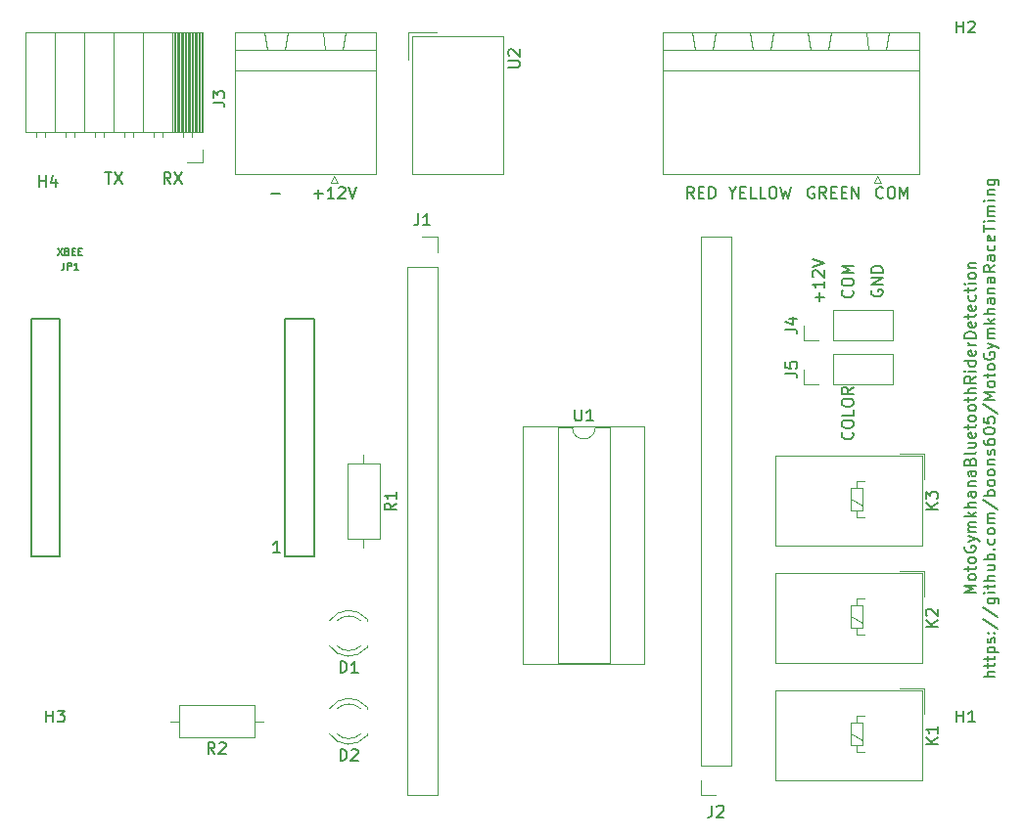
<source format=gbr>
%TF.GenerationSoftware,KiCad,Pcbnew,(5.1.6)-1*%
%TF.CreationDate,2021-03-23T21:23:30+01:00*%
%TF.ProjectId,RiderDetection,52696465-7244-4657-9465-6374696f6e2e,rev?*%
%TF.SameCoordinates,Original*%
%TF.FileFunction,Legend,Top*%
%TF.FilePolarity,Positive*%
%FSLAX46Y46*%
G04 Gerber Fmt 4.6, Leading zero omitted, Abs format (unit mm)*
G04 Created by KiCad (PCBNEW (5.1.6)-1) date 2021-03-23 21:23:30*
%MOMM*%
%LPD*%
G01*
G04 APERTURE LIST*
%ADD10C,0.150000*%
%ADD11C,0.203200*%
%ADD12C,0.120000*%
%ADD13C,0.127000*%
%ADD14C,0.152400*%
G04 APERTURE END LIST*
D10*
X123547142Y-71905714D02*
X123594761Y-71953333D01*
X123642380Y-72096190D01*
X123642380Y-72191428D01*
X123594761Y-72334285D01*
X123499523Y-72429523D01*
X123404285Y-72477142D01*
X123213809Y-72524761D01*
X123070952Y-72524761D01*
X122880476Y-72477142D01*
X122785238Y-72429523D01*
X122690000Y-72334285D01*
X122642380Y-72191428D01*
X122642380Y-72096190D01*
X122690000Y-71953333D01*
X122737619Y-71905714D01*
X122642380Y-71286666D02*
X122642380Y-71096190D01*
X122690000Y-71000952D01*
X122785238Y-70905714D01*
X122975714Y-70858095D01*
X123309047Y-70858095D01*
X123499523Y-70905714D01*
X123594761Y-71000952D01*
X123642380Y-71096190D01*
X123642380Y-71286666D01*
X123594761Y-71381904D01*
X123499523Y-71477142D01*
X123309047Y-71524761D01*
X122975714Y-71524761D01*
X122785238Y-71477142D01*
X122690000Y-71381904D01*
X122642380Y-71286666D01*
X123642380Y-70429523D02*
X122642380Y-70429523D01*
X123356666Y-70096190D01*
X122642380Y-69762857D01*
X123642380Y-69762857D01*
X123547142Y-84192857D02*
X123594761Y-84240476D01*
X123642380Y-84383333D01*
X123642380Y-84478571D01*
X123594761Y-84621428D01*
X123499523Y-84716666D01*
X123404285Y-84764285D01*
X123213809Y-84811904D01*
X123070952Y-84811904D01*
X122880476Y-84764285D01*
X122785238Y-84716666D01*
X122690000Y-84621428D01*
X122642380Y-84478571D01*
X122642380Y-84383333D01*
X122690000Y-84240476D01*
X122737619Y-84192857D01*
X122642380Y-83573809D02*
X122642380Y-83383333D01*
X122690000Y-83288095D01*
X122785238Y-83192857D01*
X122975714Y-83145238D01*
X123309047Y-83145238D01*
X123499523Y-83192857D01*
X123594761Y-83288095D01*
X123642380Y-83383333D01*
X123642380Y-83573809D01*
X123594761Y-83669047D01*
X123499523Y-83764285D01*
X123309047Y-83811904D01*
X122975714Y-83811904D01*
X122785238Y-83764285D01*
X122690000Y-83669047D01*
X122642380Y-83573809D01*
X123642380Y-82240476D02*
X123642380Y-82716666D01*
X122642380Y-82716666D01*
X122642380Y-81716666D02*
X122642380Y-81526190D01*
X122690000Y-81430952D01*
X122785238Y-81335714D01*
X122975714Y-81288095D01*
X123309047Y-81288095D01*
X123499523Y-81335714D01*
X123594761Y-81430952D01*
X123642380Y-81526190D01*
X123642380Y-81716666D01*
X123594761Y-81811904D01*
X123499523Y-81907142D01*
X123309047Y-81954761D01*
X122975714Y-81954761D01*
X122785238Y-81907142D01*
X122690000Y-81811904D01*
X122642380Y-81716666D01*
X123642380Y-80288095D02*
X123166190Y-80621428D01*
X123642380Y-80859523D02*
X122642380Y-80859523D01*
X122642380Y-80478571D01*
X122690000Y-80383333D01*
X122737619Y-80335714D01*
X122832857Y-80288095D01*
X122975714Y-80288095D01*
X123070952Y-80335714D01*
X123118571Y-80383333D01*
X123166190Y-80478571D01*
X123166190Y-80859523D01*
X125230000Y-71881904D02*
X125182380Y-71977142D01*
X125182380Y-72120000D01*
X125230000Y-72262857D01*
X125325238Y-72358095D01*
X125420476Y-72405714D01*
X125610952Y-72453333D01*
X125753809Y-72453333D01*
X125944285Y-72405714D01*
X126039523Y-72358095D01*
X126134761Y-72262857D01*
X126182380Y-72120000D01*
X126182380Y-72024761D01*
X126134761Y-71881904D01*
X126087142Y-71834285D01*
X125753809Y-71834285D01*
X125753809Y-72024761D01*
X126182380Y-71405714D02*
X125182380Y-71405714D01*
X126182380Y-70834285D01*
X125182380Y-70834285D01*
X126182380Y-70358095D02*
X125182380Y-70358095D01*
X125182380Y-70120000D01*
X125230000Y-69977142D01*
X125325238Y-69881904D01*
X125420476Y-69834285D01*
X125610952Y-69786666D01*
X125753809Y-69786666D01*
X125944285Y-69834285D01*
X126039523Y-69881904D01*
X126134761Y-69977142D01*
X126182380Y-70120000D01*
X126182380Y-70358095D01*
X120721428Y-72881904D02*
X120721428Y-72120000D01*
X121102380Y-72500952D02*
X120340476Y-72500952D01*
X121102380Y-71120000D02*
X121102380Y-71691428D01*
X121102380Y-71405714D02*
X120102380Y-71405714D01*
X120245238Y-71500952D01*
X120340476Y-71596190D01*
X120388095Y-71691428D01*
X120197619Y-70739047D02*
X120150000Y-70691428D01*
X120102380Y-70596190D01*
X120102380Y-70358095D01*
X120150000Y-70262857D01*
X120197619Y-70215238D01*
X120292857Y-70167619D01*
X120388095Y-70167619D01*
X120530952Y-70215238D01*
X121102380Y-70786666D01*
X121102380Y-70167619D01*
X120102380Y-69881904D02*
X121102380Y-69548571D01*
X120102380Y-69215238D01*
X126214285Y-63857142D02*
X126166666Y-63904761D01*
X126023809Y-63952380D01*
X125928571Y-63952380D01*
X125785714Y-63904761D01*
X125690476Y-63809523D01*
X125642857Y-63714285D01*
X125595238Y-63523809D01*
X125595238Y-63380952D01*
X125642857Y-63190476D01*
X125690476Y-63095238D01*
X125785714Y-63000000D01*
X125928571Y-62952380D01*
X126023809Y-62952380D01*
X126166666Y-63000000D01*
X126214285Y-63047619D01*
X126833333Y-62952380D02*
X127023809Y-62952380D01*
X127119047Y-63000000D01*
X127214285Y-63095238D01*
X127261904Y-63285714D01*
X127261904Y-63619047D01*
X127214285Y-63809523D01*
X127119047Y-63904761D01*
X127023809Y-63952380D01*
X126833333Y-63952380D01*
X126738095Y-63904761D01*
X126642857Y-63809523D01*
X126595238Y-63619047D01*
X126595238Y-63285714D01*
X126642857Y-63095238D01*
X126738095Y-63000000D01*
X126833333Y-62952380D01*
X127690476Y-63952380D02*
X127690476Y-62952380D01*
X128023809Y-63666666D01*
X128357142Y-62952380D01*
X128357142Y-63952380D01*
X120253333Y-63000000D02*
X120158095Y-62952380D01*
X120015238Y-62952380D01*
X119872380Y-63000000D01*
X119777142Y-63095238D01*
X119729523Y-63190476D01*
X119681904Y-63380952D01*
X119681904Y-63523809D01*
X119729523Y-63714285D01*
X119777142Y-63809523D01*
X119872380Y-63904761D01*
X120015238Y-63952380D01*
X120110476Y-63952380D01*
X120253333Y-63904761D01*
X120300952Y-63857142D01*
X120300952Y-63523809D01*
X120110476Y-63523809D01*
X121300952Y-63952380D02*
X120967619Y-63476190D01*
X120729523Y-63952380D02*
X120729523Y-62952380D01*
X121110476Y-62952380D01*
X121205714Y-63000000D01*
X121253333Y-63047619D01*
X121300952Y-63142857D01*
X121300952Y-63285714D01*
X121253333Y-63380952D01*
X121205714Y-63428571D01*
X121110476Y-63476190D01*
X120729523Y-63476190D01*
X121729523Y-63428571D02*
X122062857Y-63428571D01*
X122205714Y-63952380D02*
X121729523Y-63952380D01*
X121729523Y-62952380D01*
X122205714Y-62952380D01*
X122634285Y-63428571D02*
X122967619Y-63428571D01*
X123110476Y-63952380D02*
X122634285Y-63952380D01*
X122634285Y-62952380D01*
X123110476Y-62952380D01*
X123539047Y-63952380D02*
X123539047Y-62952380D01*
X124110476Y-63952380D01*
X124110476Y-62952380D01*
X113212857Y-63476190D02*
X113212857Y-63952380D01*
X112879523Y-62952380D02*
X113212857Y-63476190D01*
X113546190Y-62952380D01*
X113879523Y-63428571D02*
X114212857Y-63428571D01*
X114355714Y-63952380D02*
X113879523Y-63952380D01*
X113879523Y-62952380D01*
X114355714Y-62952380D01*
X115260476Y-63952380D02*
X114784285Y-63952380D01*
X114784285Y-62952380D01*
X116070000Y-63952380D02*
X115593809Y-63952380D01*
X115593809Y-62952380D01*
X116593809Y-62952380D02*
X116784285Y-62952380D01*
X116879523Y-63000000D01*
X116974761Y-63095238D01*
X117022380Y-63285714D01*
X117022380Y-63619047D01*
X116974761Y-63809523D01*
X116879523Y-63904761D01*
X116784285Y-63952380D01*
X116593809Y-63952380D01*
X116498571Y-63904761D01*
X116403333Y-63809523D01*
X116355714Y-63619047D01*
X116355714Y-63285714D01*
X116403333Y-63095238D01*
X116498571Y-63000000D01*
X116593809Y-62952380D01*
X117355714Y-62952380D02*
X117593809Y-63952380D01*
X117784285Y-63238095D01*
X117974761Y-63952380D01*
X118212857Y-62952380D01*
X109847142Y-63952380D02*
X109513809Y-63476190D01*
X109275714Y-63952380D02*
X109275714Y-62952380D01*
X109656666Y-62952380D01*
X109751904Y-63000000D01*
X109799523Y-63047619D01*
X109847142Y-63142857D01*
X109847142Y-63285714D01*
X109799523Y-63380952D01*
X109751904Y-63428571D01*
X109656666Y-63476190D01*
X109275714Y-63476190D01*
X110275714Y-63428571D02*
X110609047Y-63428571D01*
X110751904Y-63952380D02*
X110275714Y-63952380D01*
X110275714Y-62952380D01*
X110751904Y-62952380D01*
X111180476Y-63952380D02*
X111180476Y-62952380D01*
X111418571Y-62952380D01*
X111561428Y-63000000D01*
X111656666Y-63095238D01*
X111704285Y-63190476D01*
X111751904Y-63380952D01*
X111751904Y-63523809D01*
X111704285Y-63714285D01*
X111656666Y-63809523D01*
X111561428Y-63904761D01*
X111418571Y-63952380D01*
X111180476Y-63952380D01*
X73279047Y-63571428D02*
X74040952Y-63571428D01*
X76978095Y-63571428D02*
X77740000Y-63571428D01*
X77359047Y-63952380D02*
X77359047Y-63190476D01*
X78740000Y-63952380D02*
X78168571Y-63952380D01*
X78454285Y-63952380D02*
X78454285Y-62952380D01*
X78359047Y-63095238D01*
X78263809Y-63190476D01*
X78168571Y-63238095D01*
X79120952Y-63047619D02*
X79168571Y-63000000D01*
X79263809Y-62952380D01*
X79501904Y-62952380D01*
X79597142Y-63000000D01*
X79644761Y-63047619D01*
X79692380Y-63142857D01*
X79692380Y-63238095D01*
X79644761Y-63380952D01*
X79073333Y-63952380D01*
X79692380Y-63952380D01*
X79978095Y-62952380D02*
X80311428Y-63952380D01*
X80644761Y-62952380D01*
X64603333Y-62682380D02*
X64270000Y-62206190D01*
X64031904Y-62682380D02*
X64031904Y-61682380D01*
X64412857Y-61682380D01*
X64508095Y-61730000D01*
X64555714Y-61777619D01*
X64603333Y-61872857D01*
X64603333Y-62015714D01*
X64555714Y-62110952D01*
X64508095Y-62158571D01*
X64412857Y-62206190D01*
X64031904Y-62206190D01*
X64936666Y-61682380D02*
X65603333Y-62682380D01*
X65603333Y-61682380D02*
X64936666Y-62682380D01*
X58928095Y-61682380D02*
X59499523Y-61682380D01*
X59213809Y-62682380D02*
X59213809Y-61682380D01*
X59737619Y-61682380D02*
X60404285Y-62682380D01*
X60404285Y-61682380D02*
X59737619Y-62682380D01*
X134247380Y-98105714D02*
X133247380Y-98105714D01*
X133961666Y-97772380D01*
X133247380Y-97439047D01*
X134247380Y-97439047D01*
X134247380Y-96820000D02*
X134199761Y-96915238D01*
X134152142Y-96962857D01*
X134056904Y-97010476D01*
X133771190Y-97010476D01*
X133675952Y-96962857D01*
X133628333Y-96915238D01*
X133580714Y-96820000D01*
X133580714Y-96677142D01*
X133628333Y-96581904D01*
X133675952Y-96534285D01*
X133771190Y-96486666D01*
X134056904Y-96486666D01*
X134152142Y-96534285D01*
X134199761Y-96581904D01*
X134247380Y-96677142D01*
X134247380Y-96820000D01*
X133580714Y-96200952D02*
X133580714Y-95820000D01*
X133247380Y-96058095D02*
X134104523Y-96058095D01*
X134199761Y-96010476D01*
X134247380Y-95915238D01*
X134247380Y-95820000D01*
X134247380Y-95343809D02*
X134199761Y-95439047D01*
X134152142Y-95486666D01*
X134056904Y-95534285D01*
X133771190Y-95534285D01*
X133675952Y-95486666D01*
X133628333Y-95439047D01*
X133580714Y-95343809D01*
X133580714Y-95200952D01*
X133628333Y-95105714D01*
X133675952Y-95058095D01*
X133771190Y-95010476D01*
X134056904Y-95010476D01*
X134152142Y-95058095D01*
X134199761Y-95105714D01*
X134247380Y-95200952D01*
X134247380Y-95343809D01*
X133295000Y-94058095D02*
X133247380Y-94153333D01*
X133247380Y-94296190D01*
X133295000Y-94439047D01*
X133390238Y-94534285D01*
X133485476Y-94581904D01*
X133675952Y-94629523D01*
X133818809Y-94629523D01*
X134009285Y-94581904D01*
X134104523Y-94534285D01*
X134199761Y-94439047D01*
X134247380Y-94296190D01*
X134247380Y-94200952D01*
X134199761Y-94058095D01*
X134152142Y-94010476D01*
X133818809Y-94010476D01*
X133818809Y-94200952D01*
X133580714Y-93677142D02*
X134247380Y-93439047D01*
X133580714Y-93200952D02*
X134247380Y-93439047D01*
X134485476Y-93534285D01*
X134533095Y-93581904D01*
X134580714Y-93677142D01*
X134247380Y-92820000D02*
X133580714Y-92820000D01*
X133675952Y-92820000D02*
X133628333Y-92772380D01*
X133580714Y-92677142D01*
X133580714Y-92534285D01*
X133628333Y-92439047D01*
X133723571Y-92391428D01*
X134247380Y-92391428D01*
X133723571Y-92391428D02*
X133628333Y-92343809D01*
X133580714Y-92248571D01*
X133580714Y-92105714D01*
X133628333Y-92010476D01*
X133723571Y-91962857D01*
X134247380Y-91962857D01*
X134247380Y-91486666D02*
X133247380Y-91486666D01*
X133866428Y-91391428D02*
X134247380Y-91105714D01*
X133580714Y-91105714D02*
X133961666Y-91486666D01*
X134247380Y-90677142D02*
X133247380Y-90677142D01*
X134247380Y-90248571D02*
X133723571Y-90248571D01*
X133628333Y-90296190D01*
X133580714Y-90391428D01*
X133580714Y-90534285D01*
X133628333Y-90629523D01*
X133675952Y-90677142D01*
X134247380Y-89343809D02*
X133723571Y-89343809D01*
X133628333Y-89391428D01*
X133580714Y-89486666D01*
X133580714Y-89677142D01*
X133628333Y-89772380D01*
X134199761Y-89343809D02*
X134247380Y-89439047D01*
X134247380Y-89677142D01*
X134199761Y-89772380D01*
X134104523Y-89820000D01*
X134009285Y-89820000D01*
X133914047Y-89772380D01*
X133866428Y-89677142D01*
X133866428Y-89439047D01*
X133818809Y-89343809D01*
X133580714Y-88867619D02*
X134247380Y-88867619D01*
X133675952Y-88867619D02*
X133628333Y-88820000D01*
X133580714Y-88724761D01*
X133580714Y-88581904D01*
X133628333Y-88486666D01*
X133723571Y-88439047D01*
X134247380Y-88439047D01*
X134247380Y-87534285D02*
X133723571Y-87534285D01*
X133628333Y-87581904D01*
X133580714Y-87677142D01*
X133580714Y-87867619D01*
X133628333Y-87962857D01*
X134199761Y-87534285D02*
X134247380Y-87629523D01*
X134247380Y-87867619D01*
X134199761Y-87962857D01*
X134104523Y-88010476D01*
X134009285Y-88010476D01*
X133914047Y-87962857D01*
X133866428Y-87867619D01*
X133866428Y-87629523D01*
X133818809Y-87534285D01*
X133723571Y-86724761D02*
X133771190Y-86581904D01*
X133818809Y-86534285D01*
X133914047Y-86486666D01*
X134056904Y-86486666D01*
X134152142Y-86534285D01*
X134199761Y-86581904D01*
X134247380Y-86677142D01*
X134247380Y-87058095D01*
X133247380Y-87058095D01*
X133247380Y-86724761D01*
X133295000Y-86629523D01*
X133342619Y-86581904D01*
X133437857Y-86534285D01*
X133533095Y-86534285D01*
X133628333Y-86581904D01*
X133675952Y-86629523D01*
X133723571Y-86724761D01*
X133723571Y-87058095D01*
X134247380Y-85915238D02*
X134199761Y-86010476D01*
X134104523Y-86058095D01*
X133247380Y-86058095D01*
X133580714Y-85105714D02*
X134247380Y-85105714D01*
X133580714Y-85534285D02*
X134104523Y-85534285D01*
X134199761Y-85486666D01*
X134247380Y-85391428D01*
X134247380Y-85248571D01*
X134199761Y-85153333D01*
X134152142Y-85105714D01*
X134199761Y-84248571D02*
X134247380Y-84343809D01*
X134247380Y-84534285D01*
X134199761Y-84629523D01*
X134104523Y-84677142D01*
X133723571Y-84677142D01*
X133628333Y-84629523D01*
X133580714Y-84534285D01*
X133580714Y-84343809D01*
X133628333Y-84248571D01*
X133723571Y-84200952D01*
X133818809Y-84200952D01*
X133914047Y-84677142D01*
X133580714Y-83915238D02*
X133580714Y-83534285D01*
X133247380Y-83772380D02*
X134104523Y-83772380D01*
X134199761Y-83724761D01*
X134247380Y-83629523D01*
X134247380Y-83534285D01*
X134247380Y-83058095D02*
X134199761Y-83153333D01*
X134152142Y-83200952D01*
X134056904Y-83248571D01*
X133771190Y-83248571D01*
X133675952Y-83200952D01*
X133628333Y-83153333D01*
X133580714Y-83058095D01*
X133580714Y-82915238D01*
X133628333Y-82820000D01*
X133675952Y-82772380D01*
X133771190Y-82724761D01*
X134056904Y-82724761D01*
X134152142Y-82772380D01*
X134199761Y-82820000D01*
X134247380Y-82915238D01*
X134247380Y-83058095D01*
X134247380Y-82153333D02*
X134199761Y-82248571D01*
X134152142Y-82296190D01*
X134056904Y-82343809D01*
X133771190Y-82343809D01*
X133675952Y-82296190D01*
X133628333Y-82248571D01*
X133580714Y-82153333D01*
X133580714Y-82010476D01*
X133628333Y-81915238D01*
X133675952Y-81867619D01*
X133771190Y-81820000D01*
X134056904Y-81820000D01*
X134152142Y-81867619D01*
X134199761Y-81915238D01*
X134247380Y-82010476D01*
X134247380Y-82153333D01*
X133580714Y-81534285D02*
X133580714Y-81153333D01*
X133247380Y-81391428D02*
X134104523Y-81391428D01*
X134199761Y-81343809D01*
X134247380Y-81248571D01*
X134247380Y-81153333D01*
X134247380Y-80820000D02*
X133247380Y-80820000D01*
X134247380Y-80391428D02*
X133723571Y-80391428D01*
X133628333Y-80439047D01*
X133580714Y-80534285D01*
X133580714Y-80677142D01*
X133628333Y-80772380D01*
X133675952Y-80820000D01*
X134247380Y-79343809D02*
X133771190Y-79677142D01*
X134247380Y-79915238D02*
X133247380Y-79915238D01*
X133247380Y-79534285D01*
X133295000Y-79439047D01*
X133342619Y-79391428D01*
X133437857Y-79343809D01*
X133580714Y-79343809D01*
X133675952Y-79391428D01*
X133723571Y-79439047D01*
X133771190Y-79534285D01*
X133771190Y-79915238D01*
X134247380Y-78915238D02*
X133580714Y-78915238D01*
X133247380Y-78915238D02*
X133295000Y-78962857D01*
X133342619Y-78915238D01*
X133295000Y-78867619D01*
X133247380Y-78915238D01*
X133342619Y-78915238D01*
X134247380Y-78010476D02*
X133247380Y-78010476D01*
X134199761Y-78010476D02*
X134247380Y-78105714D01*
X134247380Y-78296190D01*
X134199761Y-78391428D01*
X134152142Y-78439047D01*
X134056904Y-78486666D01*
X133771190Y-78486666D01*
X133675952Y-78439047D01*
X133628333Y-78391428D01*
X133580714Y-78296190D01*
X133580714Y-78105714D01*
X133628333Y-78010476D01*
X134199761Y-77153333D02*
X134247380Y-77248571D01*
X134247380Y-77439047D01*
X134199761Y-77534285D01*
X134104523Y-77581904D01*
X133723571Y-77581904D01*
X133628333Y-77534285D01*
X133580714Y-77439047D01*
X133580714Y-77248571D01*
X133628333Y-77153333D01*
X133723571Y-77105714D01*
X133818809Y-77105714D01*
X133914047Y-77581904D01*
X134247380Y-76677142D02*
X133580714Y-76677142D01*
X133771190Y-76677142D02*
X133675952Y-76629523D01*
X133628333Y-76581904D01*
X133580714Y-76486666D01*
X133580714Y-76391428D01*
X134247380Y-76058095D02*
X133247380Y-76058095D01*
X133247380Y-75820000D01*
X133295000Y-75677142D01*
X133390238Y-75581904D01*
X133485476Y-75534285D01*
X133675952Y-75486666D01*
X133818809Y-75486666D01*
X134009285Y-75534285D01*
X134104523Y-75581904D01*
X134199761Y-75677142D01*
X134247380Y-75820000D01*
X134247380Y-76058095D01*
X134199761Y-74677142D02*
X134247380Y-74772380D01*
X134247380Y-74962857D01*
X134199761Y-75058095D01*
X134104523Y-75105714D01*
X133723571Y-75105714D01*
X133628333Y-75058095D01*
X133580714Y-74962857D01*
X133580714Y-74772380D01*
X133628333Y-74677142D01*
X133723571Y-74629523D01*
X133818809Y-74629523D01*
X133914047Y-75105714D01*
X133580714Y-74343809D02*
X133580714Y-73962857D01*
X133247380Y-74200952D02*
X134104523Y-74200952D01*
X134199761Y-74153333D01*
X134247380Y-74058095D01*
X134247380Y-73962857D01*
X134199761Y-73248571D02*
X134247380Y-73343809D01*
X134247380Y-73534285D01*
X134199761Y-73629523D01*
X134104523Y-73677142D01*
X133723571Y-73677142D01*
X133628333Y-73629523D01*
X133580714Y-73534285D01*
X133580714Y-73343809D01*
X133628333Y-73248571D01*
X133723571Y-73200952D01*
X133818809Y-73200952D01*
X133914047Y-73677142D01*
X134199761Y-72343809D02*
X134247380Y-72439047D01*
X134247380Y-72629523D01*
X134199761Y-72724761D01*
X134152142Y-72772380D01*
X134056904Y-72820000D01*
X133771190Y-72820000D01*
X133675952Y-72772380D01*
X133628333Y-72724761D01*
X133580714Y-72629523D01*
X133580714Y-72439047D01*
X133628333Y-72343809D01*
X133580714Y-72058095D02*
X133580714Y-71677142D01*
X133247380Y-71915238D02*
X134104523Y-71915238D01*
X134199761Y-71867619D01*
X134247380Y-71772380D01*
X134247380Y-71677142D01*
X134247380Y-71343809D02*
X133580714Y-71343809D01*
X133247380Y-71343809D02*
X133295000Y-71391428D01*
X133342619Y-71343809D01*
X133295000Y-71296190D01*
X133247380Y-71343809D01*
X133342619Y-71343809D01*
X134247380Y-70724761D02*
X134199761Y-70820000D01*
X134152142Y-70867619D01*
X134056904Y-70915238D01*
X133771190Y-70915238D01*
X133675952Y-70867619D01*
X133628333Y-70820000D01*
X133580714Y-70724761D01*
X133580714Y-70581904D01*
X133628333Y-70486666D01*
X133675952Y-70439047D01*
X133771190Y-70391428D01*
X134056904Y-70391428D01*
X134152142Y-70439047D01*
X134199761Y-70486666D01*
X134247380Y-70581904D01*
X134247380Y-70724761D01*
X133580714Y-69962857D02*
X134247380Y-69962857D01*
X133675952Y-69962857D02*
X133628333Y-69915238D01*
X133580714Y-69820000D01*
X133580714Y-69677142D01*
X133628333Y-69581904D01*
X133723571Y-69534285D01*
X134247380Y-69534285D01*
X135897380Y-105320000D02*
X134897380Y-105320000D01*
X135897380Y-104891428D02*
X135373571Y-104891428D01*
X135278333Y-104939047D01*
X135230714Y-105034285D01*
X135230714Y-105177142D01*
X135278333Y-105272380D01*
X135325952Y-105320000D01*
X135230714Y-104558095D02*
X135230714Y-104177142D01*
X134897380Y-104415238D02*
X135754523Y-104415238D01*
X135849761Y-104367619D01*
X135897380Y-104272380D01*
X135897380Y-104177142D01*
X135230714Y-103986666D02*
X135230714Y-103605714D01*
X134897380Y-103843809D02*
X135754523Y-103843809D01*
X135849761Y-103796190D01*
X135897380Y-103700952D01*
X135897380Y-103605714D01*
X135230714Y-103272380D02*
X136230714Y-103272380D01*
X135278333Y-103272380D02*
X135230714Y-103177142D01*
X135230714Y-102986666D01*
X135278333Y-102891428D01*
X135325952Y-102843809D01*
X135421190Y-102796190D01*
X135706904Y-102796190D01*
X135802142Y-102843809D01*
X135849761Y-102891428D01*
X135897380Y-102986666D01*
X135897380Y-103177142D01*
X135849761Y-103272380D01*
X135849761Y-102415238D02*
X135897380Y-102320000D01*
X135897380Y-102129523D01*
X135849761Y-102034285D01*
X135754523Y-101986666D01*
X135706904Y-101986666D01*
X135611666Y-102034285D01*
X135564047Y-102129523D01*
X135564047Y-102272380D01*
X135516428Y-102367619D01*
X135421190Y-102415238D01*
X135373571Y-102415238D01*
X135278333Y-102367619D01*
X135230714Y-102272380D01*
X135230714Y-102129523D01*
X135278333Y-102034285D01*
X135802142Y-101558095D02*
X135849761Y-101510476D01*
X135897380Y-101558095D01*
X135849761Y-101605714D01*
X135802142Y-101558095D01*
X135897380Y-101558095D01*
X135278333Y-101558095D02*
X135325952Y-101510476D01*
X135373571Y-101558095D01*
X135325952Y-101605714D01*
X135278333Y-101558095D01*
X135373571Y-101558095D01*
X134849761Y-100367619D02*
X136135476Y-101224761D01*
X134849761Y-99320000D02*
X136135476Y-100177142D01*
X135230714Y-98558095D02*
X136040238Y-98558095D01*
X136135476Y-98605714D01*
X136183095Y-98653333D01*
X136230714Y-98748571D01*
X136230714Y-98891428D01*
X136183095Y-98986666D01*
X135849761Y-98558095D02*
X135897380Y-98653333D01*
X135897380Y-98843809D01*
X135849761Y-98939047D01*
X135802142Y-98986666D01*
X135706904Y-99034285D01*
X135421190Y-99034285D01*
X135325952Y-98986666D01*
X135278333Y-98939047D01*
X135230714Y-98843809D01*
X135230714Y-98653333D01*
X135278333Y-98558095D01*
X135897380Y-98081904D02*
X135230714Y-98081904D01*
X134897380Y-98081904D02*
X134945000Y-98129523D01*
X134992619Y-98081904D01*
X134945000Y-98034285D01*
X134897380Y-98081904D01*
X134992619Y-98081904D01*
X135230714Y-97748571D02*
X135230714Y-97367619D01*
X134897380Y-97605714D02*
X135754523Y-97605714D01*
X135849761Y-97558095D01*
X135897380Y-97462857D01*
X135897380Y-97367619D01*
X135897380Y-97034285D02*
X134897380Y-97034285D01*
X135897380Y-96605714D02*
X135373571Y-96605714D01*
X135278333Y-96653333D01*
X135230714Y-96748571D01*
X135230714Y-96891428D01*
X135278333Y-96986666D01*
X135325952Y-97034285D01*
X135230714Y-95700952D02*
X135897380Y-95700952D01*
X135230714Y-96129523D02*
X135754523Y-96129523D01*
X135849761Y-96081904D01*
X135897380Y-95986666D01*
X135897380Y-95843809D01*
X135849761Y-95748571D01*
X135802142Y-95700952D01*
X135897380Y-95224761D02*
X134897380Y-95224761D01*
X135278333Y-95224761D02*
X135230714Y-95129523D01*
X135230714Y-94939047D01*
X135278333Y-94843809D01*
X135325952Y-94796190D01*
X135421190Y-94748571D01*
X135706904Y-94748571D01*
X135802142Y-94796190D01*
X135849761Y-94843809D01*
X135897380Y-94939047D01*
X135897380Y-95129523D01*
X135849761Y-95224761D01*
X135802142Y-94320000D02*
X135849761Y-94272380D01*
X135897380Y-94320000D01*
X135849761Y-94367619D01*
X135802142Y-94320000D01*
X135897380Y-94320000D01*
X135849761Y-93415238D02*
X135897380Y-93510476D01*
X135897380Y-93700952D01*
X135849761Y-93796190D01*
X135802142Y-93843809D01*
X135706904Y-93891428D01*
X135421190Y-93891428D01*
X135325952Y-93843809D01*
X135278333Y-93796190D01*
X135230714Y-93700952D01*
X135230714Y-93510476D01*
X135278333Y-93415238D01*
X135897380Y-92843809D02*
X135849761Y-92939047D01*
X135802142Y-92986666D01*
X135706904Y-93034285D01*
X135421190Y-93034285D01*
X135325952Y-92986666D01*
X135278333Y-92939047D01*
X135230714Y-92843809D01*
X135230714Y-92700952D01*
X135278333Y-92605714D01*
X135325952Y-92558095D01*
X135421190Y-92510476D01*
X135706904Y-92510476D01*
X135802142Y-92558095D01*
X135849761Y-92605714D01*
X135897380Y-92700952D01*
X135897380Y-92843809D01*
X135897380Y-92081904D02*
X135230714Y-92081904D01*
X135325952Y-92081904D02*
X135278333Y-92034285D01*
X135230714Y-91939047D01*
X135230714Y-91796190D01*
X135278333Y-91700952D01*
X135373571Y-91653333D01*
X135897380Y-91653333D01*
X135373571Y-91653333D02*
X135278333Y-91605714D01*
X135230714Y-91510476D01*
X135230714Y-91367619D01*
X135278333Y-91272380D01*
X135373571Y-91224761D01*
X135897380Y-91224761D01*
X134849761Y-90034285D02*
X136135476Y-90891428D01*
X135897380Y-89700952D02*
X134897380Y-89700952D01*
X135278333Y-89700952D02*
X135230714Y-89605714D01*
X135230714Y-89415238D01*
X135278333Y-89320000D01*
X135325952Y-89272380D01*
X135421190Y-89224761D01*
X135706904Y-89224761D01*
X135802142Y-89272380D01*
X135849761Y-89320000D01*
X135897380Y-89415238D01*
X135897380Y-89605714D01*
X135849761Y-89700952D01*
X135897380Y-88653333D02*
X135849761Y-88748571D01*
X135802142Y-88796190D01*
X135706904Y-88843809D01*
X135421190Y-88843809D01*
X135325952Y-88796190D01*
X135278333Y-88748571D01*
X135230714Y-88653333D01*
X135230714Y-88510476D01*
X135278333Y-88415238D01*
X135325952Y-88367619D01*
X135421190Y-88320000D01*
X135706904Y-88320000D01*
X135802142Y-88367619D01*
X135849761Y-88415238D01*
X135897380Y-88510476D01*
X135897380Y-88653333D01*
X135897380Y-87748571D02*
X135849761Y-87843809D01*
X135802142Y-87891428D01*
X135706904Y-87939047D01*
X135421190Y-87939047D01*
X135325952Y-87891428D01*
X135278333Y-87843809D01*
X135230714Y-87748571D01*
X135230714Y-87605714D01*
X135278333Y-87510476D01*
X135325952Y-87462857D01*
X135421190Y-87415238D01*
X135706904Y-87415238D01*
X135802142Y-87462857D01*
X135849761Y-87510476D01*
X135897380Y-87605714D01*
X135897380Y-87748571D01*
X135230714Y-86986666D02*
X135897380Y-86986666D01*
X135325952Y-86986666D02*
X135278333Y-86939047D01*
X135230714Y-86843809D01*
X135230714Y-86700952D01*
X135278333Y-86605714D01*
X135373571Y-86558095D01*
X135897380Y-86558095D01*
X135849761Y-86129523D02*
X135897380Y-86034285D01*
X135897380Y-85843809D01*
X135849761Y-85748571D01*
X135754523Y-85700952D01*
X135706904Y-85700952D01*
X135611666Y-85748571D01*
X135564047Y-85843809D01*
X135564047Y-85986666D01*
X135516428Y-86081904D01*
X135421190Y-86129523D01*
X135373571Y-86129523D01*
X135278333Y-86081904D01*
X135230714Y-85986666D01*
X135230714Y-85843809D01*
X135278333Y-85748571D01*
X134897380Y-84843809D02*
X134897380Y-85034285D01*
X134945000Y-85129523D01*
X134992619Y-85177142D01*
X135135476Y-85272380D01*
X135325952Y-85320000D01*
X135706904Y-85320000D01*
X135802142Y-85272380D01*
X135849761Y-85224761D01*
X135897380Y-85129523D01*
X135897380Y-84939047D01*
X135849761Y-84843809D01*
X135802142Y-84796190D01*
X135706904Y-84748571D01*
X135468809Y-84748571D01*
X135373571Y-84796190D01*
X135325952Y-84843809D01*
X135278333Y-84939047D01*
X135278333Y-85129523D01*
X135325952Y-85224761D01*
X135373571Y-85272380D01*
X135468809Y-85320000D01*
X134897380Y-84129523D02*
X134897380Y-84034285D01*
X134945000Y-83939047D01*
X134992619Y-83891428D01*
X135087857Y-83843809D01*
X135278333Y-83796190D01*
X135516428Y-83796190D01*
X135706904Y-83843809D01*
X135802142Y-83891428D01*
X135849761Y-83939047D01*
X135897380Y-84034285D01*
X135897380Y-84129523D01*
X135849761Y-84224761D01*
X135802142Y-84272380D01*
X135706904Y-84320000D01*
X135516428Y-84367619D01*
X135278333Y-84367619D01*
X135087857Y-84320000D01*
X134992619Y-84272380D01*
X134945000Y-84224761D01*
X134897380Y-84129523D01*
X134897380Y-82891428D02*
X134897380Y-83367619D01*
X135373571Y-83415238D01*
X135325952Y-83367619D01*
X135278333Y-83272380D01*
X135278333Y-83034285D01*
X135325952Y-82939047D01*
X135373571Y-82891428D01*
X135468809Y-82843809D01*
X135706904Y-82843809D01*
X135802142Y-82891428D01*
X135849761Y-82939047D01*
X135897380Y-83034285D01*
X135897380Y-83272380D01*
X135849761Y-83367619D01*
X135802142Y-83415238D01*
X134849761Y-81700952D02*
X136135476Y-82558095D01*
X135897380Y-81367619D02*
X134897380Y-81367619D01*
X135611666Y-81034285D01*
X134897380Y-80700952D01*
X135897380Y-80700952D01*
X135897380Y-80081904D02*
X135849761Y-80177142D01*
X135802142Y-80224761D01*
X135706904Y-80272380D01*
X135421190Y-80272380D01*
X135325952Y-80224761D01*
X135278333Y-80177142D01*
X135230714Y-80081904D01*
X135230714Y-79939047D01*
X135278333Y-79843809D01*
X135325952Y-79796190D01*
X135421190Y-79748571D01*
X135706904Y-79748571D01*
X135802142Y-79796190D01*
X135849761Y-79843809D01*
X135897380Y-79939047D01*
X135897380Y-80081904D01*
X135230714Y-79462857D02*
X135230714Y-79081904D01*
X134897380Y-79320000D02*
X135754523Y-79320000D01*
X135849761Y-79272380D01*
X135897380Y-79177142D01*
X135897380Y-79081904D01*
X135897380Y-78605714D02*
X135849761Y-78700952D01*
X135802142Y-78748571D01*
X135706904Y-78796190D01*
X135421190Y-78796190D01*
X135325952Y-78748571D01*
X135278333Y-78700952D01*
X135230714Y-78605714D01*
X135230714Y-78462857D01*
X135278333Y-78367619D01*
X135325952Y-78320000D01*
X135421190Y-78272380D01*
X135706904Y-78272380D01*
X135802142Y-78320000D01*
X135849761Y-78367619D01*
X135897380Y-78462857D01*
X135897380Y-78605714D01*
X134945000Y-77320000D02*
X134897380Y-77415238D01*
X134897380Y-77558095D01*
X134945000Y-77700952D01*
X135040238Y-77796190D01*
X135135476Y-77843809D01*
X135325952Y-77891428D01*
X135468809Y-77891428D01*
X135659285Y-77843809D01*
X135754523Y-77796190D01*
X135849761Y-77700952D01*
X135897380Y-77558095D01*
X135897380Y-77462857D01*
X135849761Y-77320000D01*
X135802142Y-77272380D01*
X135468809Y-77272380D01*
X135468809Y-77462857D01*
X135230714Y-76939047D02*
X135897380Y-76700952D01*
X135230714Y-76462857D02*
X135897380Y-76700952D01*
X136135476Y-76796190D01*
X136183095Y-76843809D01*
X136230714Y-76939047D01*
X135897380Y-76081904D02*
X135230714Y-76081904D01*
X135325952Y-76081904D02*
X135278333Y-76034285D01*
X135230714Y-75939047D01*
X135230714Y-75796190D01*
X135278333Y-75700952D01*
X135373571Y-75653333D01*
X135897380Y-75653333D01*
X135373571Y-75653333D02*
X135278333Y-75605714D01*
X135230714Y-75510476D01*
X135230714Y-75367619D01*
X135278333Y-75272380D01*
X135373571Y-75224761D01*
X135897380Y-75224761D01*
X135897380Y-74748571D02*
X134897380Y-74748571D01*
X135516428Y-74653333D02*
X135897380Y-74367619D01*
X135230714Y-74367619D02*
X135611666Y-74748571D01*
X135897380Y-73939047D02*
X134897380Y-73939047D01*
X135897380Y-73510476D02*
X135373571Y-73510476D01*
X135278333Y-73558095D01*
X135230714Y-73653333D01*
X135230714Y-73796190D01*
X135278333Y-73891428D01*
X135325952Y-73939047D01*
X135897380Y-72605714D02*
X135373571Y-72605714D01*
X135278333Y-72653333D01*
X135230714Y-72748571D01*
X135230714Y-72939047D01*
X135278333Y-73034285D01*
X135849761Y-72605714D02*
X135897380Y-72700952D01*
X135897380Y-72939047D01*
X135849761Y-73034285D01*
X135754523Y-73081904D01*
X135659285Y-73081904D01*
X135564047Y-73034285D01*
X135516428Y-72939047D01*
X135516428Y-72700952D01*
X135468809Y-72605714D01*
X135230714Y-72129523D02*
X135897380Y-72129523D01*
X135325952Y-72129523D02*
X135278333Y-72081904D01*
X135230714Y-71986666D01*
X135230714Y-71843809D01*
X135278333Y-71748571D01*
X135373571Y-71700952D01*
X135897380Y-71700952D01*
X135897380Y-70796190D02*
X135373571Y-70796190D01*
X135278333Y-70843809D01*
X135230714Y-70939047D01*
X135230714Y-71129523D01*
X135278333Y-71224761D01*
X135849761Y-70796190D02*
X135897380Y-70891428D01*
X135897380Y-71129523D01*
X135849761Y-71224761D01*
X135754523Y-71272380D01*
X135659285Y-71272380D01*
X135564047Y-71224761D01*
X135516428Y-71129523D01*
X135516428Y-70891428D01*
X135468809Y-70796190D01*
X135897380Y-69748571D02*
X135421190Y-70081904D01*
X135897380Y-70320000D02*
X134897380Y-70320000D01*
X134897380Y-69939047D01*
X134945000Y-69843809D01*
X134992619Y-69796190D01*
X135087857Y-69748571D01*
X135230714Y-69748571D01*
X135325952Y-69796190D01*
X135373571Y-69843809D01*
X135421190Y-69939047D01*
X135421190Y-70320000D01*
X135897380Y-68891428D02*
X135373571Y-68891428D01*
X135278333Y-68939047D01*
X135230714Y-69034285D01*
X135230714Y-69224761D01*
X135278333Y-69320000D01*
X135849761Y-68891428D02*
X135897380Y-68986666D01*
X135897380Y-69224761D01*
X135849761Y-69320000D01*
X135754523Y-69367619D01*
X135659285Y-69367619D01*
X135564047Y-69320000D01*
X135516428Y-69224761D01*
X135516428Y-68986666D01*
X135468809Y-68891428D01*
X135849761Y-67986666D02*
X135897380Y-68081904D01*
X135897380Y-68272380D01*
X135849761Y-68367619D01*
X135802142Y-68415238D01*
X135706904Y-68462857D01*
X135421190Y-68462857D01*
X135325952Y-68415238D01*
X135278333Y-68367619D01*
X135230714Y-68272380D01*
X135230714Y-68081904D01*
X135278333Y-67986666D01*
X135849761Y-67177142D02*
X135897380Y-67272380D01*
X135897380Y-67462857D01*
X135849761Y-67558095D01*
X135754523Y-67605714D01*
X135373571Y-67605714D01*
X135278333Y-67558095D01*
X135230714Y-67462857D01*
X135230714Y-67272380D01*
X135278333Y-67177142D01*
X135373571Y-67129523D01*
X135468809Y-67129523D01*
X135564047Y-67605714D01*
X134897380Y-66843809D02*
X134897380Y-66272380D01*
X135897380Y-66558095D02*
X134897380Y-66558095D01*
X135897380Y-65939047D02*
X135230714Y-65939047D01*
X134897380Y-65939047D02*
X134945000Y-65986666D01*
X134992619Y-65939047D01*
X134945000Y-65891428D01*
X134897380Y-65939047D01*
X134992619Y-65939047D01*
X135897380Y-65462857D02*
X135230714Y-65462857D01*
X135325952Y-65462857D02*
X135278333Y-65415238D01*
X135230714Y-65320000D01*
X135230714Y-65177142D01*
X135278333Y-65081904D01*
X135373571Y-65034285D01*
X135897380Y-65034285D01*
X135373571Y-65034285D02*
X135278333Y-64986666D01*
X135230714Y-64891428D01*
X135230714Y-64748571D01*
X135278333Y-64653333D01*
X135373571Y-64605714D01*
X135897380Y-64605714D01*
X135897380Y-64129523D02*
X135230714Y-64129523D01*
X134897380Y-64129523D02*
X134945000Y-64177142D01*
X134992619Y-64129523D01*
X134945000Y-64081904D01*
X134897380Y-64129523D01*
X134992619Y-64129523D01*
X135230714Y-63653333D02*
X135897380Y-63653333D01*
X135325952Y-63653333D02*
X135278333Y-63605714D01*
X135230714Y-63510476D01*
X135230714Y-63367619D01*
X135278333Y-63272380D01*
X135373571Y-63224761D01*
X135897380Y-63224761D01*
X135230714Y-62320000D02*
X136040238Y-62320000D01*
X136135476Y-62367619D01*
X136183095Y-62415238D01*
X136230714Y-62510476D01*
X136230714Y-62653333D01*
X136183095Y-62748571D01*
X135849761Y-62320000D02*
X135897380Y-62415238D01*
X135897380Y-62605714D01*
X135849761Y-62700952D01*
X135802142Y-62748571D01*
X135706904Y-62796190D01*
X135421190Y-62796190D01*
X135325952Y-62748571D01*
X135278333Y-62700952D01*
X135230714Y-62605714D01*
X135230714Y-62415238D01*
X135278333Y-62320000D01*
D11*
%TO.C,JP1*%
X55021480Y-94909640D02*
X52522120Y-94909640D01*
X52522120Y-94909640D02*
X52522120Y-74409300D01*
X52522120Y-74409300D02*
X55021480Y-74409300D01*
X55021480Y-94909640D02*
X55021480Y-74409300D01*
X74518520Y-94909640D02*
X77017880Y-94909640D01*
X77017880Y-94909640D02*
X77017880Y-74409300D01*
X77017880Y-74409300D02*
X74518520Y-74409300D01*
X74518520Y-94909640D02*
X74518520Y-74409300D01*
D12*
%TO.C,K3*%
X129770000Y-86030000D02*
X129770000Y-88230000D01*
X127670000Y-86030000D02*
X129770000Y-86030000D01*
X116870000Y-86230000D02*
X129570000Y-86230000D01*
X116870000Y-94030000D02*
X116870000Y-86230000D01*
X129570000Y-94030000D02*
X116870000Y-94030000D01*
X129570000Y-86230000D02*
X129570000Y-94030000D01*
X124460000Y-90576000D02*
X123444000Y-89941000D01*
X124587000Y-88392000D02*
X123952000Y-88392000D01*
X123952000Y-88392000D02*
X123952000Y-89052000D01*
X124587000Y-91592000D02*
X123952000Y-91592000D01*
X123952000Y-91592000D02*
X123952000Y-90957000D01*
X124460000Y-90957000D02*
X124460000Y-89052000D01*
X124460000Y-89052000D02*
X123444000Y-89052000D01*
X123444000Y-89052000D02*
X123444000Y-90957000D01*
X124460000Y-90957000D02*
X123444000Y-90957000D01*
%TO.C,K2*%
X129770000Y-96190000D02*
X129770000Y-98390000D01*
X127670000Y-96190000D02*
X129770000Y-96190000D01*
X116870000Y-96390000D02*
X129570000Y-96390000D01*
X116870000Y-104190000D02*
X116870000Y-96390000D01*
X129570000Y-104190000D02*
X116870000Y-104190000D01*
X129570000Y-96390000D02*
X129570000Y-104190000D01*
X124460000Y-100736000D02*
X123444000Y-100101000D01*
X124587000Y-98552000D02*
X123952000Y-98552000D01*
X123952000Y-98552000D02*
X123952000Y-99212000D01*
X124587000Y-101752000D02*
X123952000Y-101752000D01*
X123952000Y-101752000D02*
X123952000Y-101117000D01*
X124460000Y-101117000D02*
X124460000Y-99212000D01*
X124460000Y-99212000D02*
X123444000Y-99212000D01*
X123444000Y-99212000D02*
X123444000Y-101117000D01*
X124460000Y-101117000D02*
X123444000Y-101117000D01*
%TO.C,K1*%
X129770000Y-106350000D02*
X129770000Y-108550000D01*
X127670000Y-106350000D02*
X129770000Y-106350000D01*
X116870000Y-106550000D02*
X129570000Y-106550000D01*
X116870000Y-114350000D02*
X116870000Y-106550000D01*
X129570000Y-114350000D02*
X116870000Y-114350000D01*
X129570000Y-106550000D02*
X129570000Y-114350000D01*
X124460000Y-110896000D02*
X123444000Y-110261000D01*
X124587000Y-108712000D02*
X123952000Y-108712000D01*
X123952000Y-108712000D02*
X123952000Y-109372000D01*
X124587000Y-111912000D02*
X123952000Y-111912000D01*
X123952000Y-111912000D02*
X123952000Y-111277000D01*
X124460000Y-111277000D02*
X124460000Y-109372000D01*
X124460000Y-109372000D02*
X123444000Y-109372000D01*
X123444000Y-109372000D02*
X123444000Y-111277000D01*
X124460000Y-111277000D02*
X123444000Y-111277000D01*
%TO.C,U2*%
X85510000Y-49920000D02*
X93360000Y-49920000D01*
X93360000Y-49920000D02*
X93360000Y-61860000D01*
X93360000Y-61860000D02*
X85510000Y-61860000D01*
X85510000Y-61860000D02*
X85510000Y-49920000D01*
X87630000Y-49590000D02*
X85180000Y-49590000D01*
X85180000Y-49590000D02*
X85180000Y-51920000D01*
%TO.C,U1*%
X105580000Y-83700000D02*
X95080000Y-83700000D01*
X105580000Y-104260000D02*
X105580000Y-83700000D01*
X95080000Y-104260000D02*
X105580000Y-104260000D01*
X95080000Y-83700000D02*
X95080000Y-104260000D01*
X102580000Y-83760000D02*
X101330000Y-83760000D01*
X102580000Y-104200000D02*
X102580000Y-83760000D01*
X98080000Y-104200000D02*
X102580000Y-104200000D01*
X98080000Y-83760000D02*
X98080000Y-104200000D01*
X99330000Y-83760000D02*
X98080000Y-83760000D01*
X101330000Y-83760000D02*
G75*
G02*
X99330000Y-83760000I-1000000J0D01*
G01*
%TO.C,STARTLIGHT0*%
X126030000Y-62600000D02*
X125430000Y-62600000D01*
X125730000Y-62000000D02*
X126030000Y-62600000D01*
X125430000Y-62600000D02*
X125730000Y-62000000D01*
X111480000Y-51080000D02*
X111730000Y-49580000D01*
X109980000Y-51080000D02*
X111480000Y-51080000D01*
X109730000Y-49580000D02*
X109980000Y-51080000D01*
X111730000Y-49580000D02*
X109730000Y-49580000D01*
X116480000Y-51080000D02*
X116730000Y-49580000D01*
X114980000Y-51080000D02*
X116480000Y-51080000D01*
X114730000Y-49580000D02*
X114980000Y-51080000D01*
X116730000Y-49580000D02*
X114730000Y-49580000D01*
X121480000Y-51080000D02*
X121730000Y-49580000D01*
X119980000Y-51080000D02*
X121480000Y-51080000D01*
X119730000Y-49580000D02*
X119980000Y-51080000D01*
X121730000Y-49580000D02*
X119730000Y-49580000D01*
X126480000Y-51080000D02*
X126730000Y-49580000D01*
X124980000Y-51080000D02*
X126480000Y-51080000D01*
X124730000Y-49580000D02*
X124980000Y-51080000D01*
X126730000Y-49580000D02*
X124730000Y-49580000D01*
X107120000Y-51080000D02*
X129340000Y-51080000D01*
X107120000Y-52880000D02*
X107120000Y-51080000D01*
X129340000Y-52880000D02*
X107120000Y-52880000D01*
X129340000Y-51080000D02*
X129340000Y-52880000D01*
X107120000Y-61800000D02*
X129340000Y-61800000D01*
X107120000Y-49580000D02*
X107120000Y-61800000D01*
X129340000Y-49580000D02*
X107120000Y-49580000D01*
X129340000Y-61800000D02*
X129340000Y-49580000D01*
%TO.C,R2*%
X64540000Y-109220000D02*
X65310000Y-109220000D01*
X72620000Y-109220000D02*
X71850000Y-109220000D01*
X65310000Y-110590000D02*
X71850000Y-110590000D01*
X65310000Y-107850000D02*
X65310000Y-110590000D01*
X71850000Y-107850000D02*
X65310000Y-107850000D01*
X71850000Y-110590000D02*
X71850000Y-107850000D01*
%TO.C,R1*%
X81280000Y-94210000D02*
X81280000Y-93440000D01*
X81280000Y-86130000D02*
X81280000Y-86900000D01*
X82650000Y-93440000D02*
X82650000Y-86900000D01*
X79910000Y-93440000D02*
X82650000Y-93440000D01*
X79910000Y-86900000D02*
X79910000Y-93440000D01*
X82650000Y-86900000D02*
X79910000Y-86900000D01*
%TO.C,PWR0*%
X79040000Y-62600000D02*
X78440000Y-62600000D01*
X78740000Y-62000000D02*
X79040000Y-62600000D01*
X78440000Y-62600000D02*
X78740000Y-62000000D01*
X74490000Y-51080000D02*
X74740000Y-49580000D01*
X72990000Y-51080000D02*
X74490000Y-51080000D01*
X72740000Y-49580000D02*
X72990000Y-51080000D01*
X74740000Y-49580000D02*
X72740000Y-49580000D01*
X79490000Y-51080000D02*
X79740000Y-49580000D01*
X77990000Y-51080000D02*
X79490000Y-51080000D01*
X77740000Y-49580000D02*
X77990000Y-51080000D01*
X79740000Y-49580000D02*
X77740000Y-49580000D01*
X70130000Y-51080000D02*
X82350000Y-51080000D01*
X70130000Y-52880000D02*
X70130000Y-51080000D01*
X82350000Y-52880000D02*
X70130000Y-52880000D01*
X82350000Y-51080000D02*
X82350000Y-52880000D01*
X70130000Y-61800000D02*
X82350000Y-61800000D01*
X70130000Y-49580000D02*
X70130000Y-61800000D01*
X82350000Y-49580000D02*
X70130000Y-49580000D01*
X82350000Y-61800000D02*
X82350000Y-49580000D01*
%TO.C,J5*%
X119320000Y-80070000D02*
X119320000Y-78740000D01*
X120650000Y-80070000D02*
X119320000Y-80070000D01*
X121920000Y-80070000D02*
X121920000Y-77410000D01*
X121920000Y-77410000D02*
X127060000Y-77410000D01*
X121920000Y-80070000D02*
X127060000Y-80070000D01*
X127060000Y-80070000D02*
X127060000Y-77410000D01*
%TO.C,J4*%
X119320000Y-76260000D02*
X119320000Y-74930000D01*
X120650000Y-76260000D02*
X119320000Y-76260000D01*
X121920000Y-76260000D02*
X121920000Y-73600000D01*
X121920000Y-73600000D02*
X127060000Y-73600000D01*
X121920000Y-76260000D02*
X127060000Y-76260000D01*
X127060000Y-76260000D02*
X127060000Y-73600000D01*
%TO.C,J3*%
X67370000Y-59690000D02*
X67370000Y-60800000D01*
X67370000Y-60800000D02*
X66040000Y-60800000D01*
X67370000Y-49600000D02*
X52010000Y-49600000D01*
X52010000Y-49600000D02*
X52010000Y-58230000D01*
X67370000Y-58230000D02*
X52010000Y-58230000D01*
X67370000Y-49600000D02*
X67370000Y-58230000D01*
X54610000Y-49600000D02*
X54610000Y-58230000D01*
X57150000Y-49600000D02*
X57150000Y-58230000D01*
X59690000Y-49600000D02*
X59690000Y-58230000D01*
X62230000Y-49600000D02*
X62230000Y-58230000D01*
X64770000Y-49600000D02*
X64770000Y-58230000D01*
X52980000Y-58230000D02*
X52980000Y-58640000D01*
X53700000Y-58230000D02*
X53700000Y-58640000D01*
X55520000Y-58230000D02*
X55520000Y-58640000D01*
X56240000Y-58230000D02*
X56240000Y-58640000D01*
X58060000Y-58230000D02*
X58060000Y-58640000D01*
X58780000Y-58230000D02*
X58780000Y-58640000D01*
X60600000Y-58230000D02*
X60600000Y-58640000D01*
X61320000Y-58230000D02*
X61320000Y-58640000D01*
X63140000Y-58230000D02*
X63140000Y-58640000D01*
X63860000Y-58230000D02*
X63860000Y-58640000D01*
X65680000Y-58230000D02*
X65680000Y-58580000D01*
X66400000Y-58230000D02*
X66400000Y-58580000D01*
X64888100Y-49600000D02*
X64888100Y-58230000D01*
X65006195Y-49600000D02*
X65006195Y-58230000D01*
X65124290Y-49600000D02*
X65124290Y-58230000D01*
X65242385Y-49600000D02*
X65242385Y-58230000D01*
X65360480Y-49600000D02*
X65360480Y-58230000D01*
X65478575Y-49600000D02*
X65478575Y-58230000D01*
X65596670Y-49600000D02*
X65596670Y-58230000D01*
X65714765Y-49600000D02*
X65714765Y-58230000D01*
X65832860Y-49600000D02*
X65832860Y-58230000D01*
X65950955Y-49600000D02*
X65950955Y-58230000D01*
X66069050Y-49600000D02*
X66069050Y-58230000D01*
X66187145Y-49600000D02*
X66187145Y-58230000D01*
X66305240Y-49600000D02*
X66305240Y-58230000D01*
X66423335Y-49600000D02*
X66423335Y-58230000D01*
X66541430Y-49600000D02*
X66541430Y-58230000D01*
X66659525Y-49600000D02*
X66659525Y-58230000D01*
X66777620Y-49600000D02*
X66777620Y-58230000D01*
X66895715Y-49600000D02*
X66895715Y-58230000D01*
X67013810Y-49600000D02*
X67013810Y-58230000D01*
X67131905Y-49600000D02*
X67131905Y-58230000D01*
X67250000Y-49600000D02*
X67250000Y-58230000D01*
%TO.C,J2*%
X111760000Y-115630000D02*
X110430000Y-115630000D01*
X110430000Y-115630000D02*
X110430000Y-114300000D01*
X110430000Y-113030000D02*
X110430000Y-67250000D01*
X113090000Y-67250000D02*
X110430000Y-67250000D01*
X113090000Y-113030000D02*
X113090000Y-67250000D01*
X113090000Y-113030000D02*
X110430000Y-113030000D01*
%TO.C,J1*%
X86360000Y-67250000D02*
X87690000Y-67250000D01*
X87690000Y-67250000D02*
X87690000Y-68580000D01*
X87690000Y-69850000D02*
X87690000Y-115630000D01*
X85030000Y-115630000D02*
X87690000Y-115630000D01*
X85030000Y-69850000D02*
X85030000Y-115630000D01*
X85030000Y-69850000D02*
X87690000Y-69850000D01*
%TO.C,D2*%
X81570000Y-108140000D02*
X81570000Y-107984000D01*
X81570000Y-110456000D02*
X81570000Y-110300000D01*
X78968870Y-108140163D02*
G75*
G02*
X81050961Y-108140000I1041130J-1079837D01*
G01*
X78968870Y-110299837D02*
G75*
G03*
X81050961Y-110300000I1041130J1079837D01*
G01*
X78337665Y-108141392D02*
G75*
G02*
X81570000Y-107984484I1672335J-1078608D01*
G01*
X78337665Y-110298608D02*
G75*
G03*
X81570000Y-110455516I1672335J1078608D01*
G01*
%TO.C,D1*%
X81570000Y-100520000D02*
X81570000Y-100364000D01*
X81570000Y-102836000D02*
X81570000Y-102680000D01*
X78968870Y-100520163D02*
G75*
G02*
X81050961Y-100520000I1041130J-1079837D01*
G01*
X78968870Y-102679837D02*
G75*
G03*
X81050961Y-102680000I1041130J1079837D01*
G01*
X78337665Y-100521392D02*
G75*
G02*
X81570000Y-100364484I1672335J-1078608D01*
G01*
X78337665Y-102678608D02*
G75*
G03*
X81570000Y-102835516I1672335J1078608D01*
G01*
%TD*%
%TO.C,JP1*%
D13*
X55372000Y-69516171D02*
X55372000Y-69951600D01*
X55342971Y-70038685D01*
X55284914Y-70096742D01*
X55197828Y-70125771D01*
X55139771Y-70125771D01*
X55662285Y-70125771D02*
X55662285Y-69516171D01*
X55894514Y-69516171D01*
X55952571Y-69545200D01*
X55981600Y-69574228D01*
X56010628Y-69632285D01*
X56010628Y-69719371D01*
X55981600Y-69777428D01*
X55952571Y-69806457D01*
X55894514Y-69835485D01*
X55662285Y-69835485D01*
X56591200Y-70125771D02*
X56242857Y-70125771D01*
X56417028Y-70125771D02*
X56417028Y-69516171D01*
X56358971Y-69603257D01*
X56300914Y-69661314D01*
X56242857Y-69690342D01*
X54820457Y-68246171D02*
X55226857Y-68855771D01*
X55226857Y-68246171D02*
X54820457Y-68855771D01*
X55662285Y-68536457D02*
X55749371Y-68565485D01*
X55778400Y-68594514D01*
X55807428Y-68652571D01*
X55807428Y-68739657D01*
X55778400Y-68797714D01*
X55749371Y-68826742D01*
X55691314Y-68855771D01*
X55459085Y-68855771D01*
X55459085Y-68246171D01*
X55662285Y-68246171D01*
X55720342Y-68275200D01*
X55749371Y-68304228D01*
X55778400Y-68362285D01*
X55778400Y-68420342D01*
X55749371Y-68478400D01*
X55720342Y-68507428D01*
X55662285Y-68536457D01*
X55459085Y-68536457D01*
X56068685Y-68536457D02*
X56271885Y-68536457D01*
X56358971Y-68855771D02*
X56068685Y-68855771D01*
X56068685Y-68246171D01*
X56358971Y-68246171D01*
X56620228Y-68536457D02*
X56823428Y-68536457D01*
X56910514Y-68855771D02*
X56620228Y-68855771D01*
X56620228Y-68246171D01*
X56910514Y-68246171D01*
D14*
X74051885Y-94627579D02*
X73471314Y-94627579D01*
X73761600Y-94627579D02*
X73761600Y-93611579D01*
X73664838Y-93756721D01*
X73568076Y-93853483D01*
X73471314Y-93901864D01*
%TO.C,H4*%
D10*
X53213095Y-62927380D02*
X53213095Y-61927380D01*
X53213095Y-62403571D02*
X53784523Y-62403571D01*
X53784523Y-62927380D02*
X53784523Y-61927380D01*
X54689285Y-62260714D02*
X54689285Y-62927380D01*
X54451190Y-61879761D02*
X54213095Y-62594047D01*
X54832142Y-62594047D01*
%TO.C,H3*%
X53848095Y-109282380D02*
X53848095Y-108282380D01*
X53848095Y-108758571D02*
X54419523Y-108758571D01*
X54419523Y-109282380D02*
X54419523Y-108282380D01*
X54800476Y-108282380D02*
X55419523Y-108282380D01*
X55086190Y-108663333D01*
X55229047Y-108663333D01*
X55324285Y-108710952D01*
X55371904Y-108758571D01*
X55419523Y-108853809D01*
X55419523Y-109091904D01*
X55371904Y-109187142D01*
X55324285Y-109234761D01*
X55229047Y-109282380D01*
X54943333Y-109282380D01*
X54848095Y-109234761D01*
X54800476Y-109187142D01*
%TO.C,H2*%
X132588095Y-49592380D02*
X132588095Y-48592380D01*
X132588095Y-49068571D02*
X133159523Y-49068571D01*
X133159523Y-49592380D02*
X133159523Y-48592380D01*
X133588095Y-48687619D02*
X133635714Y-48640000D01*
X133730952Y-48592380D01*
X133969047Y-48592380D01*
X134064285Y-48640000D01*
X134111904Y-48687619D01*
X134159523Y-48782857D01*
X134159523Y-48878095D01*
X134111904Y-49020952D01*
X133540476Y-49592380D01*
X134159523Y-49592380D01*
%TO.C,H1*%
X132588095Y-109282380D02*
X132588095Y-108282380D01*
X132588095Y-108758571D02*
X133159523Y-108758571D01*
X133159523Y-109282380D02*
X133159523Y-108282380D01*
X134159523Y-109282380D02*
X133588095Y-109282380D01*
X133873809Y-109282380D02*
X133873809Y-108282380D01*
X133778571Y-108425238D01*
X133683333Y-108520476D01*
X133588095Y-108568095D01*
%TO.C,K3*%
X130922380Y-90868095D02*
X129922380Y-90868095D01*
X130922380Y-90296666D02*
X130350952Y-90725238D01*
X129922380Y-90296666D02*
X130493809Y-90868095D01*
X129922380Y-89963333D02*
X129922380Y-89344285D01*
X130303333Y-89677619D01*
X130303333Y-89534761D01*
X130350952Y-89439523D01*
X130398571Y-89391904D01*
X130493809Y-89344285D01*
X130731904Y-89344285D01*
X130827142Y-89391904D01*
X130874761Y-89439523D01*
X130922380Y-89534761D01*
X130922380Y-89820476D01*
X130874761Y-89915714D01*
X130827142Y-89963333D01*
%TO.C,K2*%
X130922380Y-101028095D02*
X129922380Y-101028095D01*
X130922380Y-100456666D02*
X130350952Y-100885238D01*
X129922380Y-100456666D02*
X130493809Y-101028095D01*
X130017619Y-100075714D02*
X129970000Y-100028095D01*
X129922380Y-99932857D01*
X129922380Y-99694761D01*
X129970000Y-99599523D01*
X130017619Y-99551904D01*
X130112857Y-99504285D01*
X130208095Y-99504285D01*
X130350952Y-99551904D01*
X130922380Y-100123333D01*
X130922380Y-99504285D01*
%TO.C,K1*%
X130922380Y-111188095D02*
X129922380Y-111188095D01*
X130922380Y-110616666D02*
X130350952Y-111045238D01*
X129922380Y-110616666D02*
X130493809Y-111188095D01*
X130922380Y-109664285D02*
X130922380Y-110235714D01*
X130922380Y-109950000D02*
X129922380Y-109950000D01*
X130065238Y-110045238D01*
X130160476Y-110140476D01*
X130208095Y-110235714D01*
%TO.C,U2*%
X93792380Y-52601904D02*
X94601904Y-52601904D01*
X94697142Y-52554285D01*
X94744761Y-52506666D01*
X94792380Y-52411428D01*
X94792380Y-52220952D01*
X94744761Y-52125714D01*
X94697142Y-52078095D01*
X94601904Y-52030476D01*
X93792380Y-52030476D01*
X93887619Y-51601904D02*
X93840000Y-51554285D01*
X93792380Y-51459047D01*
X93792380Y-51220952D01*
X93840000Y-51125714D01*
X93887619Y-51078095D01*
X93982857Y-51030476D01*
X94078095Y-51030476D01*
X94220952Y-51078095D01*
X94792380Y-51649523D01*
X94792380Y-51030476D01*
%TO.C,U1*%
X99568095Y-82212380D02*
X99568095Y-83021904D01*
X99615714Y-83117142D01*
X99663333Y-83164761D01*
X99758571Y-83212380D01*
X99949047Y-83212380D01*
X100044285Y-83164761D01*
X100091904Y-83117142D01*
X100139523Y-83021904D01*
X100139523Y-82212380D01*
X101139523Y-83212380D02*
X100568095Y-83212380D01*
X100853809Y-83212380D02*
X100853809Y-82212380D01*
X100758571Y-82355238D01*
X100663333Y-82450476D01*
X100568095Y-82498095D01*
%TO.C,R2*%
X68413333Y-112042380D02*
X68080000Y-111566190D01*
X67841904Y-112042380D02*
X67841904Y-111042380D01*
X68222857Y-111042380D01*
X68318095Y-111090000D01*
X68365714Y-111137619D01*
X68413333Y-111232857D01*
X68413333Y-111375714D01*
X68365714Y-111470952D01*
X68318095Y-111518571D01*
X68222857Y-111566190D01*
X67841904Y-111566190D01*
X68794285Y-111137619D02*
X68841904Y-111090000D01*
X68937142Y-111042380D01*
X69175238Y-111042380D01*
X69270476Y-111090000D01*
X69318095Y-111137619D01*
X69365714Y-111232857D01*
X69365714Y-111328095D01*
X69318095Y-111470952D01*
X68746666Y-112042380D01*
X69365714Y-112042380D01*
%TO.C,R1*%
X84102380Y-90336666D02*
X83626190Y-90670000D01*
X84102380Y-90908095D02*
X83102380Y-90908095D01*
X83102380Y-90527142D01*
X83150000Y-90431904D01*
X83197619Y-90384285D01*
X83292857Y-90336666D01*
X83435714Y-90336666D01*
X83530952Y-90384285D01*
X83578571Y-90431904D01*
X83626190Y-90527142D01*
X83626190Y-90908095D01*
X84102380Y-89384285D02*
X84102380Y-89955714D01*
X84102380Y-89670000D02*
X83102380Y-89670000D01*
X83245238Y-89765238D01*
X83340476Y-89860476D01*
X83388095Y-89955714D01*
%TO.C,J5*%
X117772380Y-79073333D02*
X118486666Y-79073333D01*
X118629523Y-79120952D01*
X118724761Y-79216190D01*
X118772380Y-79359047D01*
X118772380Y-79454285D01*
X117772380Y-78120952D02*
X117772380Y-78597142D01*
X118248571Y-78644761D01*
X118200952Y-78597142D01*
X118153333Y-78501904D01*
X118153333Y-78263809D01*
X118200952Y-78168571D01*
X118248571Y-78120952D01*
X118343809Y-78073333D01*
X118581904Y-78073333D01*
X118677142Y-78120952D01*
X118724761Y-78168571D01*
X118772380Y-78263809D01*
X118772380Y-78501904D01*
X118724761Y-78597142D01*
X118677142Y-78644761D01*
%TO.C,J4*%
X117772380Y-75263333D02*
X118486666Y-75263333D01*
X118629523Y-75310952D01*
X118724761Y-75406190D01*
X118772380Y-75549047D01*
X118772380Y-75644285D01*
X118105714Y-74358571D02*
X118772380Y-74358571D01*
X117724761Y-74596666D02*
X118439047Y-74834761D01*
X118439047Y-74215714D01*
%TO.C,J3*%
X68262380Y-55643333D02*
X68976666Y-55643333D01*
X69119523Y-55690952D01*
X69214761Y-55786190D01*
X69262380Y-55929047D01*
X69262380Y-56024285D01*
X68262380Y-55262380D02*
X68262380Y-54643333D01*
X68643333Y-54976666D01*
X68643333Y-54833809D01*
X68690952Y-54738571D01*
X68738571Y-54690952D01*
X68833809Y-54643333D01*
X69071904Y-54643333D01*
X69167142Y-54690952D01*
X69214761Y-54738571D01*
X69262380Y-54833809D01*
X69262380Y-55119523D01*
X69214761Y-55214761D01*
X69167142Y-55262380D01*
%TO.C,J2*%
X111426666Y-116522380D02*
X111426666Y-117236666D01*
X111379047Y-117379523D01*
X111283809Y-117474761D01*
X111140952Y-117522380D01*
X111045714Y-117522380D01*
X111855238Y-116617619D02*
X111902857Y-116570000D01*
X111998095Y-116522380D01*
X112236190Y-116522380D01*
X112331428Y-116570000D01*
X112379047Y-116617619D01*
X112426666Y-116712857D01*
X112426666Y-116808095D01*
X112379047Y-116950952D01*
X111807619Y-117522380D01*
X112426666Y-117522380D01*
%TO.C,J1*%
X86026666Y-65262380D02*
X86026666Y-65976666D01*
X85979047Y-66119523D01*
X85883809Y-66214761D01*
X85740952Y-66262380D01*
X85645714Y-66262380D01*
X87026666Y-66262380D02*
X86455238Y-66262380D01*
X86740952Y-66262380D02*
X86740952Y-65262380D01*
X86645714Y-65405238D01*
X86550476Y-65500476D01*
X86455238Y-65548095D01*
%TO.C,D2*%
X79271904Y-112632380D02*
X79271904Y-111632380D01*
X79510000Y-111632380D01*
X79652857Y-111680000D01*
X79748095Y-111775238D01*
X79795714Y-111870476D01*
X79843333Y-112060952D01*
X79843333Y-112203809D01*
X79795714Y-112394285D01*
X79748095Y-112489523D01*
X79652857Y-112584761D01*
X79510000Y-112632380D01*
X79271904Y-112632380D01*
X80224285Y-111727619D02*
X80271904Y-111680000D01*
X80367142Y-111632380D01*
X80605238Y-111632380D01*
X80700476Y-111680000D01*
X80748095Y-111727619D01*
X80795714Y-111822857D01*
X80795714Y-111918095D01*
X80748095Y-112060952D01*
X80176666Y-112632380D01*
X80795714Y-112632380D01*
%TO.C,D1*%
X79271904Y-105012380D02*
X79271904Y-104012380D01*
X79510000Y-104012380D01*
X79652857Y-104060000D01*
X79748095Y-104155238D01*
X79795714Y-104250476D01*
X79843333Y-104440952D01*
X79843333Y-104583809D01*
X79795714Y-104774285D01*
X79748095Y-104869523D01*
X79652857Y-104964761D01*
X79510000Y-105012380D01*
X79271904Y-105012380D01*
X80795714Y-105012380D02*
X80224285Y-105012380D01*
X80510000Y-105012380D02*
X80510000Y-104012380D01*
X80414761Y-104155238D01*
X80319523Y-104250476D01*
X80224285Y-104298095D01*
%TD*%
M02*

</source>
